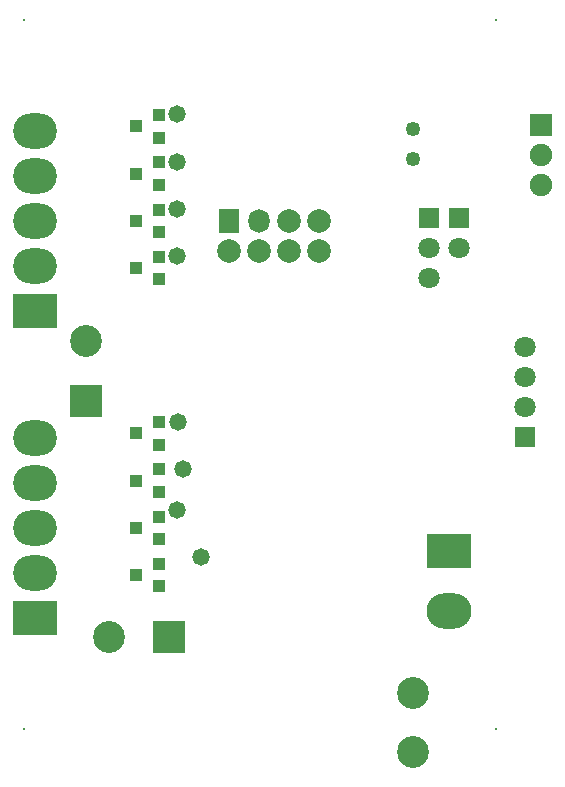
<source format=gbs>
G04 Layer_Color=16711935*
%FSLAX25Y25*%
%MOIN*%
G70*
G01*
G75*
%ADD69C,0.10642*%
%ADD70R,0.10642X0.10642*%
%ADD71R,0.10642X0.10642*%
%ADD72C,0.07099*%
%ADD73R,0.07099X0.07099*%
%ADD74C,0.00800*%
%ADD75R,0.07493X0.07493*%
%ADD76C,0.07493*%
%ADD77C,0.04934*%
%ADD78R,0.07099X0.07887*%
%ADD79C,0.07887*%
%ADD80O,0.07099X0.07887*%
%ADD82C,0.05800*%
%ADD83R,0.04343X0.03950*%
%ADD84O,0.14973X0.11824*%
%ADD85R,0.14973X0.11824*%
%ADD86O,0.14579X0.11824*%
%ADD87R,0.14579X0.11824*%
D69*
X149606Y31496D02*
D03*
Y11811D02*
D03*
X40551Y149016D02*
D03*
X48228Y50394D02*
D03*
D70*
X40551Y128937D02*
D03*
D71*
X68307Y50394D02*
D03*
D72*
X154943Y170000D02*
D03*
Y180000D02*
D03*
X187008Y136890D02*
D03*
Y126890D02*
D03*
Y146890D02*
D03*
X165000Y180000D02*
D03*
D73*
X154943Y190000D02*
D03*
X187008Y116890D02*
D03*
X165000Y190000D02*
D03*
D74*
X177165Y19685D02*
D03*
X19685D02*
D03*
Y255906D02*
D03*
X177165D02*
D03*
D75*
X192044Y220787D02*
D03*
D76*
Y210787D02*
D03*
Y200787D02*
D03*
D77*
X149606Y209646D02*
D03*
Y219488D02*
D03*
D78*
X88110Y188976D02*
D03*
D79*
Y178976D02*
D03*
X98110D02*
D03*
X108110Y188976D02*
D03*
Y178976D02*
D03*
X118110Y188976D02*
D03*
Y178976D02*
D03*
D80*
X98110Y188976D02*
D03*
D82*
X78740Y76772D02*
D03*
X72835Y106299D02*
D03*
X70866Y92520D02*
D03*
Y177165D02*
D03*
Y192913D02*
D03*
Y208661D02*
D03*
Y224410D02*
D03*
X71260Y122047D02*
D03*
D83*
X57087Y220472D02*
D03*
X64961Y216732D02*
D03*
Y224213D02*
D03*
X57087Y204724D02*
D03*
X64961Y200984D02*
D03*
Y208465D02*
D03*
X57087Y188976D02*
D03*
X64961Y185236D02*
D03*
Y192717D02*
D03*
X57087Y173228D02*
D03*
X64961Y169488D02*
D03*
Y176969D02*
D03*
X57087Y118110D02*
D03*
X64961Y114370D02*
D03*
Y121850D02*
D03*
X57087Y102362D02*
D03*
X64961Y98622D02*
D03*
Y106102D02*
D03*
X57087Y86614D02*
D03*
X64961Y82874D02*
D03*
Y90354D02*
D03*
X57087Y70866D02*
D03*
X64961Y67126D02*
D03*
Y74606D02*
D03*
D84*
X161417Y58898D02*
D03*
D85*
Y78898D02*
D03*
D86*
X23622Y218976D02*
D03*
Y203976D02*
D03*
Y188976D02*
D03*
Y173976D02*
D03*
Y71614D02*
D03*
Y86614D02*
D03*
Y101614D02*
D03*
Y116614D02*
D03*
D87*
Y158976D02*
D03*
Y56614D02*
D03*
M02*

</source>
